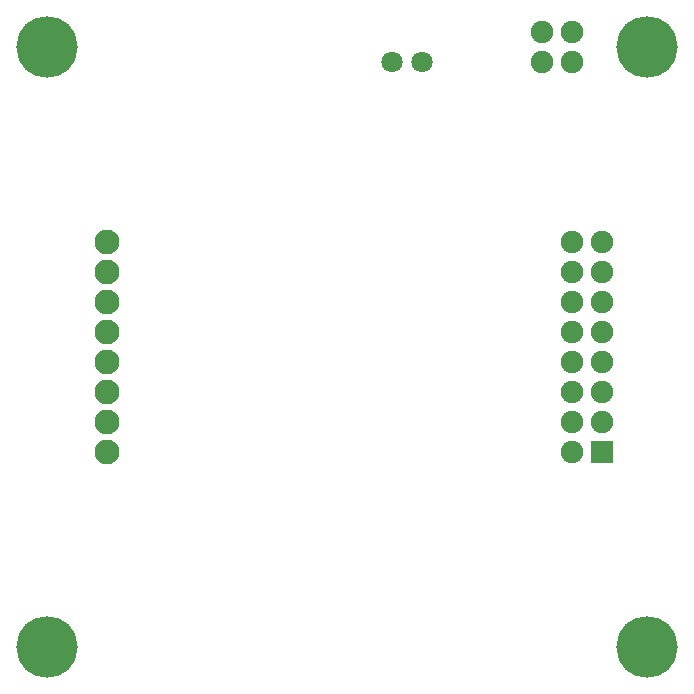
<source format=gbs>
G04 Layer: BottomSolderMaskLayer*
G04 EasyEDA v6.5.32, 2023-07-25 14:04:49*
G04 e29bc2ffff424919aeca0c2d5bcb6023,5a6b42c53f6a479593ecc07194224c93,10*
G04 Gerber Generator version 0.2*
G04 Scale: 100 percent, Rotated: No, Reflected: No *
G04 Dimensions in millimeters *
G04 leading zeros omitted , absolute positions ,4 integer and 5 decimal *
%FSLAX45Y45*%
%MOMM*%

%AMMACRO1*1,1,$1,$2,$3*1,1,$1,$4,$5*1,1,$1,0-$2,0-$3*1,1,$1,0-$4,0-$5*20,1,$1,$2,$3,$4,$5,0*20,1,$1,$4,$5,0-$2,0-$3,0*20,1,$1,0-$2,0-$3,0-$4,0-$5,0*20,1,$1,0-$4,0-$5,$2,$3,0*4,1,4,$2,$3,$4,$5,0-$2,0-$3,0-$4,0-$5,$2,$3,0*%
%ADD10MACRO1,0.1016X-0.9X-0.9X-0.9X0.9*%
%ADD11C,1.9016*%
%ADD12C,5.2032*%
%ADD13C,2.1016*%
%ADD14C,1.8016*%

%LPD*%
D10*
G01*
X5079989Y2031994D03*
D11*
G01*
X4826000Y2032000D03*
G01*
X5080000Y2286000D03*
G01*
X4826000Y2286000D03*
G01*
X5080000Y2540000D03*
G01*
X4826000Y2540000D03*
G01*
X5080000Y2794000D03*
G01*
X4826000Y2794000D03*
G01*
X5080000Y3048000D03*
G01*
X4826000Y3048000D03*
G01*
X5080000Y3302000D03*
G01*
X4826000Y3302000D03*
G01*
X5080000Y3556000D03*
G01*
X4826000Y3556000D03*
G01*
X5080000Y3810000D03*
G01*
X4826000Y3810000D03*
D12*
G01*
X381000Y5461000D03*
G01*
X5461000Y5461000D03*
G01*
X5461000Y381000D03*
G01*
X381000Y381000D03*
D13*
G01*
X885418Y3805097D03*
G01*
X885418Y3551097D03*
G01*
X885418Y3297097D03*
G01*
X885418Y3043097D03*
G01*
X885418Y2789097D03*
G01*
X885418Y2535097D03*
G01*
X885418Y2281097D03*
G01*
X885418Y2027097D03*
D14*
G01*
X3556000Y5334000D03*
G01*
X3302000Y5334000D03*
D11*
G01*
X4826000Y5588000D03*
G01*
X4826000Y5334000D03*
G01*
X4572000Y5334000D03*
G01*
X4572000Y5588000D03*
M02*

</source>
